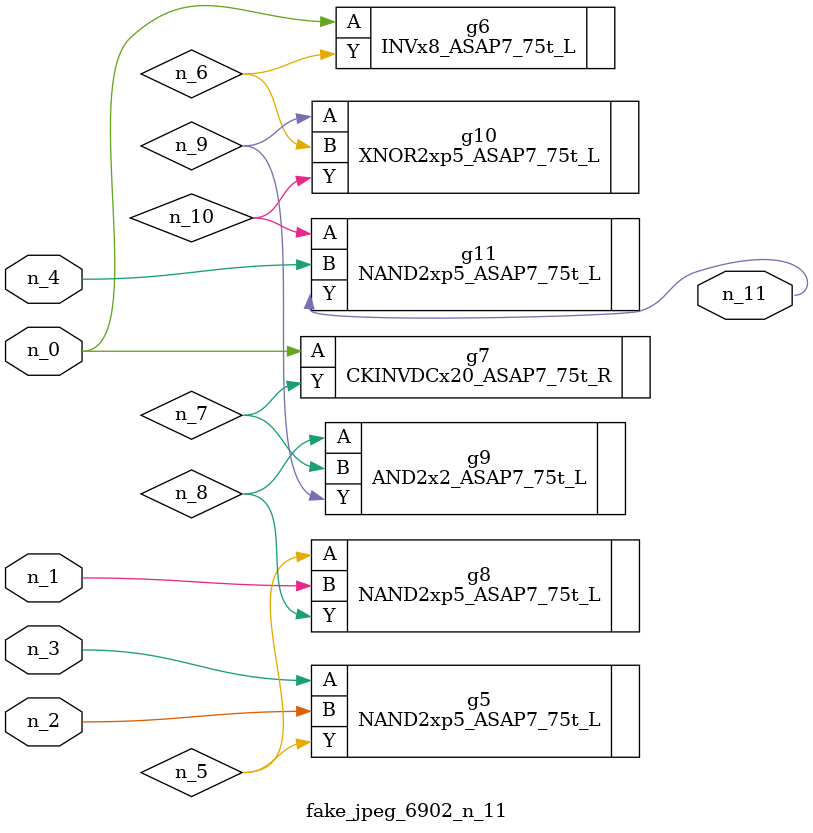
<source format=v>
module fake_jpeg_6902_n_11 (n_3, n_2, n_1, n_0, n_4, n_11);

input n_3;
input n_2;
input n_1;
input n_0;
input n_4;

output n_11;

wire n_10;
wire n_8;
wire n_9;
wire n_6;
wire n_5;
wire n_7;

NAND2xp5_ASAP7_75t_L g5 ( 
.A(n_3),
.B(n_2),
.Y(n_5)
);

INVx8_ASAP7_75t_L g6 ( 
.A(n_0),
.Y(n_6)
);

CKINVDCx20_ASAP7_75t_R g7 ( 
.A(n_0),
.Y(n_7)
);

NAND2xp5_ASAP7_75t_L g8 ( 
.A(n_5),
.B(n_1),
.Y(n_8)
);

AND2x2_ASAP7_75t_L g9 ( 
.A(n_8),
.B(n_7),
.Y(n_9)
);

XNOR2xp5_ASAP7_75t_L g10 ( 
.A(n_9),
.B(n_6),
.Y(n_10)
);

NAND2xp5_ASAP7_75t_L g11 ( 
.A(n_10),
.B(n_4),
.Y(n_11)
);


endmodule
</source>
